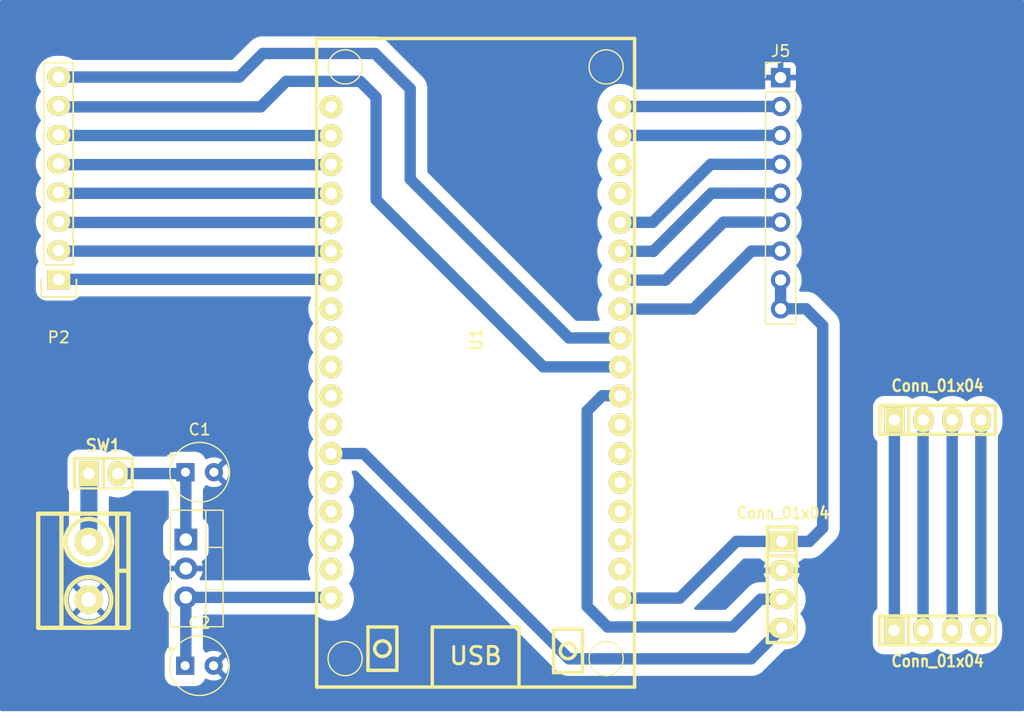
<source format=kicad_pcb>
(kicad_pcb (version 20240108) (generator "pcbnew") (generator_version "8.0")
  (layers (0 "F.Cu" signal) (31 "B.Cu" signal) (34 "B.Paste" user) (35 "F.Paste" user) (36 "B.SilkS" user "B.Silkscreen") (37 "F.SilkS" user "F.Silkscreen") (38 "B.Mask" user) (39 "F.Mask" user) (44 "Edge.Cuts" user))
  (net 0 "")
  (net 1 "Net-(J1-Pin_4)")
  (net 2 "Net-(J1-Pin_2)")
  (net 3 "Net-(J1-Pin_3)")
  (net 4 "Net-(J1-Pin_1)")
  (net 5 "SCK(HX711)")
  (net 6 "D(HX711)")
  (net 7 "GND")
  (net 8 "+3.3V")
  (net 9 "SDI(MOSI)")
  (net 10 "SCK")
  (net 11 "CS")
  (net 12 "RST")
  (net 13 "D{slash}C")
  (net 14 "D6")
  (net 15 "D5")
  (net 16 "D4")
  (net 17 "D1")
  (net 18 "D7")
  (net 19 "D2")
  (net 20 "D3")
  (net 21 "D8")
  (net 22 "VCC")
  (net 23 "Net-(U1-VIN)")
  (net 39 "SDI(MISO)")
  (net 42 "Net-(U2-IN)")
  (net 43 "CS(ILI)")
  (net 44 "RST(ILI)")
  (net 45 "SDI(MISO)(ILI)")
  (net 46 "SCK(ILI)")
  (net 48 "SDI(MOSI)(ILI)")
  (net 49 "D{slash}C(ILI)")
  (footprint "EESTN5:pin_strip_4" (layer "F.Cu") (at 197.41 114.4)
    (property "Reference" "J1" (hide yes))
    (property "Value" "Conn_01x04" (at -0.01 -3 0) (layer "F.SilkS") (effects (font (size 1.016 0.889) (thickness 0.2032))))
    (fp_line (start -5.08 -1.27) (end 5.08 -1.27) (stroke (width 0.3048)) (layer "F.SilkS"))
    (fp_line (start -5.08 1.27) (end -5.08 -1.27) (stroke (width 0.3048)) (layer "F.SilkS"))
    (fp_line (start -2.54 -1.27) (end -2.54 1.27) (stroke (width 0.3048)) (layer "F.SilkS"))
    (fp_line (start 5.08 -1.27) (end 5.08 1.27) (stroke (width 0.3048)) (layer "F.SilkS"))
    (fp_line (start 5.08 1.27) (end -5.08 1.27) (stroke (width 0.3048)) (layer "F.SilkS"))
    (pad "1" thru_hole rect (at -3.81 0) (size 1.75 2.2) (drill 1.00076) (layers "*.Cu" "*.Mask" "F.SilkS") (net 4 "Net-(J1-Pin_1)"))
    (pad "2" thru_hole oval (at -1.27 0) (size 1.75 2.2) (drill 1.00076) (layers "*.Cu" "*.Mask" "F.SilkS") (net 2 "Net-(J1-Pin_2)"))
    (pad "3" thru_hole oval (at 1.27 0) (size 1.75 2.2) (drill 1.00076) (layers "*.Cu" "*.Mask" "F.SilkS") (net 3 "Net-(J1-Pin_3)"))
    (pad "4" thru_hole oval (at 3.81 0) (size 1.75 2.2) (drill 1.00076) (layers "*.Cu" "*.Mask" "F.SilkS") (net 1 "Net-(J1-Pin_4)"))
  )
  (footprint "Package_TO_SOT_THT:TO-220-3_Vertical" (layer "F.Cu") (at 131.33125 124.92 -90)
    (property "Reference" "U2" (hide yes))
    (property "Value" "L7805")
    (fp_line (start -2.58 1.371) (end 7.66 1.371) (stroke (width 0.12)) (layer "F.SilkS"))
    (fp_line (start -2.58 -1.76) (end 7.66 -1.76) (stroke (width 0.12)) (layer "F.SilkS"))
    (fp_line (start -2.58 -3.27) (end -2.58 1.371) (stroke (width 0.12)) (layer "F.SilkS"))
    (fp_line (start -2.58 -3.27) (end 7.66 -3.27) (stroke (width 0.12)) (layer "F.SilkS"))
    (fp_line (start 0.69 -3.27) (end 0.69 -1.76) (stroke (width 0.12)) (layer "F.SilkS"))
    (fp_line (start 4.391 -3.27) (end 4.391 -1.76) (stroke (width 0.12)) (layer "F.SilkS"))
    (fp_line (start 7.66 -3.27) (end 7.66 1.371) (stroke (width 0.12)) (layer "F.SilkS"))
    (pad "1" thru_hole rect (at 0 0 270) (size 1.905 2) (drill 1.1) (layers "*.Cu" "*.Mask") (net 42 "Net-(U2-IN)"))
    (pad "2" thru_hole oval (at 2.54 0 270) (size 1.905 2) (drill 1.1) (layers "*.Cu" "*.Mask") (net 7 "GND"))
    (pad "3" thru_hole oval (at 5.08 0 270) (size 1.905 2) (drill 1.1) (layers "*.Cu" "*.Mask") (net 23 "Net-(U1-VIN)"))
  )
  (footprint "Capacitor_THT:CP_Radial_Tantal_D5.0mm_P2.50mm" (layer "F.Cu") (at 131.271138 136)
    (property "Reference" "C2" (at 1.25 -3.75 360) (layer "F.SilkS"))
    (property "Value" "C")
    (fp_line (start -1.554775 -1.475) (end -1.054775 -1.475) (stroke (width 0.12)) (layer "F.SilkS"))
    (fp_line (start -1.304775 -1.725) (end -1.304775 -1.225) (stroke (width 0.12)) (layer "F.SilkS"))
    (fp_circle (center 1.25 0) (end 3.87 0) (stroke (width 0.12)) (fill none) (layer "F.SilkS"))
    (pad "1" thru_hole rect (at 0 0) (size 1.6 1.6) (drill 0.8) (layers "*.Cu" "*.Mask") (net 23 "Net-(U1-VIN)"))
    (pad "2" thru_hole circle (at 2.5 0) (size 1.6 1.6) (drill 0.8) (layers "*.Cu" "*.Mask") (net 7 "GND"))
  )
  (footprint "EESTN5:pin_strip_4" (layer "F.Cu") (at 183.7 128.89 -90)
    (property "Reference" "J3" (hide yes))
    (property "Value" "Conn_01x04" (at -6.31 -0.1 360) (layer "F.SilkS") (effects (font (size 1.016 0.889) (thickness 0.2032))))
    (fp_line (start -5.08 1.27) (end -5.08 -1.27) (stroke (width 0.3048)) (layer "F.SilkS"))
    (fp_line (start 5.08 1.27) (end -5.08 1.27) (stroke (width 0.3048)) (layer "F.SilkS"))
    (fp_line (start -5.08 -1.27) (end 5.08 -1.27) (stroke (width 0.3048)) (layer "F.SilkS"))
    (fp_line (start -2.54 -1.27) (end -2.54 1.27) (stroke (width 0.3048)) (layer "F.SilkS"))
    (fp_line (start 5.08 -1.27) (end 5.08 1.27) (stroke (width 0.3048)) (layer "F.SilkS"))
    (pad "1" thru_hole rect (at -3.81 0 270) (size 1.75 2.2) (drill 1.00076) (layers "*.Cu" "*.Mask" "F.SilkS") (net 8 "+3.3V"))
    (pad "2" thru_hole oval (at -1.27 0 270) (size 1.75 2.2) (drill 1.00076) (layers "*.Cu" "*.Mask" "F.SilkS") (net 7 "GND"))
    (pad "3" thru_hole oval (at 1.27 0 270) (size 1.75 2.2) (drill 1.00076) (layers "*.Cu" "*.Mask" "F.SilkS") (net 6 "D(HX711)"))
    (pad "4" thru_hole oval (at 3.81 0 270) (size 1.75 2.2) (drill 1.00076) (layers "*.Cu" "*.Mask" "F.SilkS") (net 5 "SCK(HX711)"))
  )
  (footprint "EESTN5:Pin_Header_Straight_1x08" (layer "F.Cu") (at 120.16 102.05 180)
    (property "Reference" "P2" (at 0 -5.1 0) (layer "F.SilkS"))
    (property "Value" "Tablero")
    (fp_line (start 1.55 -1.55) (end 1.55 0) (stroke (width 0.15)) (layer "F.SilkS"))
    (fp_line (start 1.27 19.05) (end -1.27 19.05) (stroke (width 0.15)) (layer "F.SilkS"))
    (fp_line (start 1.27 1.27) (end 1.27 19.05) (stroke (width 0.15)) (layer "F.SilkS"))
    (fp_line (start 1.27 1.27) (end -1.27 1.27) (stroke (width 0.15)) (layer "F.SilkS"))
    (fp_line (start -1.27 19.05) (end -1.27 1.27) (stroke (width 0.15)) (layer "F.SilkS"))
    (fp_line (start -1.55 0) (end -1.55 -1.55) (stroke (width 0.15)) (layer "F.SilkS"))
    (fp_line (start -1.55 -1.55) (end 1.55 -1.55) (stroke (width 0.15)) (layer "F.SilkS"))
    (pad "1" thru_hole rect (at 0 0 180) (size 2.032 1.7272) (drill 1.016) (layers "*.Cu" "*.Mask" "F.SilkS") (net 17 "D1"))
    (pad "2" thru_hole oval (at 0 2.54 180) (size 2.032 1.7272) (drill 1.016) (layers "*.Cu" "*.Mask" "F.SilkS") (net 19 "D2"))
    (pad "3" thru_hole oval (at 0 5.08 180) (size 2.032 1.7272) (drill 1.016) (layers "*.Cu" "*.Mask" "F.SilkS") (net 20 "D3"))
    (pad "4" thru_hole oval (at 0 7.62 180) (size 2.032 1.7272) (drill 1.016) (layers "*.Cu" "*.Mask" "F.SilkS") (net 16 "D4"))
    (pad "5" thru_hole oval (at 0 10.16 180) (size 2.032 1.7272) (drill 1.016) (layers "*.Cu" "*.Mask" "F.SilkS") (net 15 "D5"))
    (pad "6" thru_hole oval (at 0 12.7 180) (size 2.032 1.7272) (drill 1.016) (layers "*.Cu" "*.Mask" "F.SilkS") (net 14 "D6"))
    (pad "7" thru_hole oval (at 0 15.24 180) (size 2.032 1.7272) (drill 1.016) (layers "*.Cu" "*.Mask" "F.SilkS") (net 18 "D7"))
    (pad "8" thru_hole oval (at 0 17.78 180) (size 2.032 1.7272) (drill 1.016) (layers "*.Cu" "*.Mask" "F.SilkS") (net 21 "D8"))
  )
  (footprint "EESTN5:BORNERA2_AZUL" (layer "F.Cu") (at 122.8 127.66 90)
    (property "Reference" "J4" (hide yes))
    (property "Value" "TB_1X2" (hide yes))
    (fp_line (start 5.0165 -4.445) (end -4.9835 -4.445) (stroke (width 0.381)) (layer "F.SilkS"))
    (fp_line (start -5.0165 -4.445) (end -5.0165 3.4925) (stroke (width 0.381)) (layer "F.SilkS"))
    (fp_line (start -5 -2.4) (end 5 -2.4) (stroke (width 0.381)) (layer "F.SilkS"))
    (fp_line (start -5 2.5) (end 5 2.5) (stroke (width 0.381)) (layer "F.SilkS"))
    (fp_line (start 0 2.54) (end 0 3.4845) (stroke (width 0.381)) (layer "F.SilkS"))
    (fp_line (start 5.0165 3.4925) (end 5.0165 -4.445) (stroke (width 0.381)) (layer "F.SilkS"))
    (fp_line (start -4.9835 3.4925) (end 5.0165 3.4925) (stroke (width 0.381)) (layer "F.SilkS"))
    (fp_circle (center 2.55 0) (end 0.55 0) (stroke (width 0.381)) (fill none) (layer "F.SilkS"))
    (fp_circle (center -2.55 0) (end -0.55 0) (stroke (width 0.381)) (fill none) (layer "F.SilkS"))
    (pad "1" thru_hole circle (at -2.54 0 90) (size 2.5 2.5) (drill 1.3) (layers "*.Cu" "*.Mask" "F.SilkS") (net 7 "GND"))
    (pad "2" thru_hole circle (at 2.54 0 90) (size 2.5 2.5) (drill 1.3) (layers "*.Cu" "*.Mask" "F.SilkS") (net 22 "VCC"))
  )
  (footprint "EESTN5:ESP32_DEVKIT_V1_DOIT" (layer "F.Cu") (at 156.8 107.2 -90)
    (property "Reference" "U1" (at 0.127 -0.0635 90) (layer "F.SilkS") (effects (font (size 1.016 1.016) (thickness 0.2032))))
    (property "Value" "ESP32_DevKit_V1_DOIT" (hide yes))
    (fp_line (start -26.32 13.97) (end 30.68 13.97) (stroke (width 0.3048)) (layer "F.SilkS"))
    (fp_line (start 30.68 13.97) (end 30.68 -13.97) (stroke (width 0.3048)) (layer "F.SilkS"))
    (fp_line (start 25.4 9.46) (end 25.4 6.92) (stroke (width 0.3048)) (layer "F.SilkS"))
    (fp_line (start 29.21 9.46) (end 25.4 9.46) (stroke (width 0.3048)) (layer "F.SilkS"))
    (fp_line (start 25.4 6.92) (end 29.21 6.92) (stroke (width 0.3048)) (layer "F.SilkS"))
    (fp_line (start 29.21 6.92) (end 29.21 9.46) (stroke (width 0.3048)) (layer "F.SilkS"))
    (fp_line (start 25.4 3.81) (end 30.48 3.81) (stroke (width 0.3048)) (layer "F.SilkS"))
    (fp_line (start 25.4 -3.81) (end 25.4 3.81) (stroke (width 0.3048)) (layer "F.SilkS"))
    (fp_line (start 30.48 -3.81) (end 25.4 -3.81) (stroke (width 0.3048)) (layer "F.SilkS"))
    (fp_line (start 25.6 -6.85) (end 29.41 -6.85) (stroke (width 0.3048)) (layer "F.SilkS"))
    (fp_line (start 29.41 -6.85) (end 29.41 -9.39) (stroke (width 0.3048)) (layer "F.SilkS"))
    (fp_line (start 25.6 -9.39) (end 25.6 -6.85) (stroke (width 0.3048)) (layer "F.SilkS"))
    (fp_line (start 29.41 -9.39) (end 25.6 -9.39) (stroke (width 0.3048)) (layer "F.SilkS"))
    (fp_line (start -26.32 -13.97) (end -26.32 13.97) (stroke (width 0.3048)) (layer "F.SilkS"))
    (fp_line (start -26.32 -13.97) (end 30.68 -13.97) (stroke (width 0.3048)) (layer "F.SilkS"))
    (fp_circle (center -23.82 11.47) (end -22.32 11.47) (stroke (width 0.12)) (fill none) (layer "F.SilkS"))
    (fp_circle (center 28.18 11.47) (end 29.68 11.47) (stroke (width 0.12)) (fill none) (layer "F.SilkS"))
    (fp_circle (center 27.305 8.19) (end 27.8765 8.571) (stroke (width 0.3048)) (fill none) (layer "F.SilkS"))
    (fp_circle (center 27.505 -8.12) (end 28.0765 -7.739) (stroke (width 0.3048)) (fill none) (layer "F.SilkS"))
    (fp_circle (center -23.82 -11.47) (end -22.32 -11.47) (stroke (width 0.12)) (fill none) (layer "F.SilkS"))
    (fp_circle (center 28.18 -11.47) (end 29.68 -11.47) (stroke (width 0.12)) (fill none) (layer "F.SilkS"))
    (fp_text user "USB" (at 27.94 0 0) (layer "F.SilkS") (effects (font (size 1.524 1.524) (thickness 0.254))))
    (pad "1" thru_hole circle (at -20.32 12.7 90) (size 2 2) (drill 1) (layers "*.Cu" "*.Mask" "F.SilkS"))
    (pad "2" thru_hole circle (at -17.78 12.7 90) (size 2 2) (drill 1) (layers "*.Cu" "*.Mask" "F.SilkS") (net 14 "D6"))
    (pad "3" thru_hole circle (at -15.24 12.7 90) (size 2 2) (drill 1) (layers "*.Cu" "*.Mask" "F.SilkS") (net 15 "D5"))
    (pad "4" thru_hole circle (at -12.7 12.7 90) (size 2 2) (drill 1) (layers "*.Cu" "*.Mask" "F.SilkS") (net 16 "D4"))
    (pad "5" thru_hole circle (at -10.16 12.7 90) (size 2 2) (drill 1) (layers "*.Cu" "*.Mask" "F.SilkS") (net 20 "D3"))
    (pad "6" thru_hole circle (at -7.62 12.7 90) (size 2 2) (drill 1) (layers "*.Cu" "*.Mask" "F.SilkS") (net 19 "D2"))
    (pad "7" thru_hole circle (at -5.08 12.7 90) (size 2 2) (drill 1) (layers "*.Cu" "*.Mask" "F.SilkS") (net 17 "D1"))
    (pad "8" thru_hole circle (at -2.54 12.7 90) (size 2 2) (drill 1) (layers "*.Cu" "*.Mask" "F.SilkS"))
    (pad "9" thru_hole circle (at 0 12.7 90) (size 2 2) (drill 1) (layers "*.Cu" "*.Mask" "F.SilkS"))
    (pad "10" thru_hole circle (at 2.54 12.7 90) (size 2 2) (drill 1) (layers "*.Cu" "*.Mask" "F.SilkS"))
    (pad "11" thru_hole circle (at 5.08 12.7 90) (size 2 2) (drill 1) (layers "*.Cu" "*.Mask" "F.SilkS"))
    (pad "12" thru_hole circle (at 7.62 12.7 90) (size 2 2) (drill 1) (layers "*.Cu" "*.Mask" "F.SilkS"))
    (pad "13" thru_hole circle (at 10.16 12.7 90) (size 2 2) (drill 1) (layers "*.Cu" "*.Mask" "F.SilkS") (net 5 "SCK(HX711)"))
    (pad "14" thru_hole circle (at 12.7 12.7 90) (size 2 2) (drill 1) (layers "*.Cu" "*.Mask" "F.SilkS"))
    (pad "15" thru_hole circle (at 15.24 12.7 90) (size 2 2) (drill 1) (layers "*.Cu" "*.Mask" "F.SilkS"))
    (pad "16" thru_hole circle (at 17.78 12.7 90) (size 2 2) (drill 1) (layers "*.Cu" "*.Mask" "F.SilkS"))
    (pad "17" thru_hole circle (at 20.32 12.7 90) (size 2 2) (drill 1) (layers "*.Cu" "*.Mask" "F.SilkS"))
    (pad "18" thru_hole circle (at 22.86 12.7 90) (size 2 2) (drill 1) (layers "*.Cu" "*.Mask" "F.SilkS") (net 23 "Net-(U1-VIN)"))
    (pad "19" thru_hole circle (at 22.86 -12.7 90) (size 2 2) (drill 1) (layers "*.Cu" "*.Mask" "F.SilkS") (net 8 "+3.3V"))
    (pad "20" thru_hole circle (at 20.32 -12.7 90) (size 2 2) (drill 1) (layers "*.Cu" "*.Mask" "F.SilkS"))
    (pad "21" thru_hole circle (at 17.78 -12.7 90) (size 2 2) (drill 1) (layers "*.Cu" "*.Mask" "F.SilkS"))
    (pad "22" thru_hole circle (at 15.24 -12.7 90) (size 2 2) (drill 1) (layers "*.Cu" "*.Mask" "F.SilkS"))
    (pad "23" thru_hole circle (at 12.7 -12.7 90) (size 2 2) (drill 1) (layers "*.Cu" "*.Mask" "F.SilkS"))
    (pad "24" thru_hole circle (at 10.16 -12.7 90) (size 2 2) (drill 1) (layers "*.Cu" "*.Mask" "F.SilkS"))
    (pad "25" thru_hole circle (at 7.62 -12.7 90) (size 2 2) (drill 1) (layers "*.Cu" "*.Mask" "F.SilkS"))
    (pad "26" thru_hole circle (at 5.08 -12.7 90) (size 2 2) (drill 1) (layers "*.Cu" "*.Mask" "F.SilkS") (net 6 "D(HX711)"))
    (pad "27" thru_hole circle (at 2.54 -12.7 90) (size 2 2) (drill 1) (layers "*.Cu" "*.Mask" "F.SilkS") (net 18 "D7"))
    (pad "28" thru_hole circle (at 0 -12.7 90) (size 2 2) (drill 1) (layers "*.Cu" "*.Mask" "F.SilkS") (net 21 "D8"))
    (pad "29" thru_hole circle (at -2.54 -12.7 90) (size 2 2) (drill 1) (layers "*.Cu" "*.Mask" "F.SilkS") (net 43 "CS(ILI)"))
    (pad "30" thru_hole circle (at -5.08 -12.7 90) (size 2 2) (drill 1) (layers "*.Cu" "*.Mask" "F.SilkS") (net 46 "SCK(ILI)"))
    (pad "31" thru_hole circle (at -7.62 -12.7 90) (size 2 2) (drill 1) (layers "*.Cu" "*.Mask" "F.SilkS") (net 45 "SDI(MISO)(ILI)"))
    (pad "32" thru_hole circle (at -10.16 -12.7 90) (size 2 2) (drill 1) (layers "*.Cu" "*.Mask" "F.SilkS") (net 44 "RST(ILI)"))
    (pad "33" thru_hole circle (at -12.7 -12.7 90) (size 2 2) (drill 1) (layers "*.Cu" "*.Mask" "F.SilkS"))
    (pad "34" thru_hole circle (at -15.24 -12.7 90) (size 2 2) (drill 1) (layers "*.Cu" "*.Mask" "F.SilkS"))
    (pad "35" thru_hole circle (at -17.78 -12.7 90) (size 2 2) (drill 1) (layers "*.Cu" "*.Mask" "F.SilkS") (net 49 "D{slash}C(ILI)"))
    (pad "36" thru_hole circle (at -20.32 -12.7 90) (size 2 2) (drill 1) (layers "*.Cu" "*.Mask" "F.SilkS") (net 48 "SDI(MOSI)(ILI)"))
  )
  (footprint "EESTN5:pin_strip_4" (layer "F.Cu") (at 197.39 132.9)
    (property "Reference" "J2" (hide yes))
    (property "Value" "Conn_01x04" (at 0.01 2.7 0) (layer "F.SilkS") (effects (font (size 1.016 0.889) (thickness 0.2032))))
    (fp_line (start -5.08 -1.27) (end 5.08 -1.27) (stroke (width 0.3048)) (layer "F.SilkS"))
    (fp_line (start -5.08 1.27) (end -5.08 -1.27) (stroke (width 0.3048)) (layer "F.SilkS"))
    (fp_line (start -2.54 -1.27) (end -2.54 1.27) (stroke (width 0.3048)) (layer "F.SilkS"))
    (fp_line (start 5.08 -1.27) (end 5.08 1.27) (stroke (width 0.3048)) (layer "F.SilkS"))
    (fp_line (start 5.08 1.27) (end -5.08 1.27) (stroke (width 0.3048)) (layer "F.SilkS"))
    (pad "1" thru_hole rect (at -3.81 0) (size 1.75 2.2) (drill 1.00076) (layers "*.Cu" "*.Mask" "F.SilkS") (net 4 "Net-(J1-Pin_1)"))
    (pad "2" thru_hole oval (at -1.27 0) (size 1.75 2.2) (drill 1.00076) (layers "*.Cu" "*.Mask" "F.SilkS") (net 2 "Net-(J1-Pin_2)"))
    (pad "3" thru_hole oval (at 1.27 0) (size 1.75 2.2) (drill 1.00076) (layers "*.Cu" "*.Mask" "F.SilkS") (net 3 "Net-(J1-Pin_3)"))
    (pad "4" thru_hole oval (at 3.81 0) (size 1.75 2.2) (drill 1.00076) (layers "*.Cu" "*.Mask" "F.SilkS") (net 1 "Net-(J1-Pin_4)"))
  )
  (footprint "EESTN5:Pin_Header_2" (layer "F.Cu") (at 124.0832 118.8)
    (property "Reference" "SW1" (at 0 -2.159 0) (layer "F.SilkS") (effects (font (size 1.016 1.016) (thickness 0.2032))))
    (property "Value" "SW_Push" (hide yes))
    (fp_line (start -2.6035 -0.889) (end -2.6035 -1.0795) (stroke (width 0.15)) (layer "F.SilkS"))
    (fp_line (start -2.54 -0.9525) (end 2.54 -0.9525) (stroke (width 0.15)) (layer "F.SilkS"))
    (fp_line (start -2.54 1.5875) (end -2.54 -0.9525) (stroke (width 0.3048)) (layer "F.SilkS"))
    (fp_line (start 0 -0.9525) (end 0 1.5875) (stroke (width 0.3048)) (layer "F.SilkS"))
    (fp_line (start 2.4765 -1.016) (end 2.4765 1.5875) (stroke (width 0.15)) (layer "F.SilkS"))
    (fp_line (start 2.54 1.5875) (end -2.54 1.5875) (stroke (width 0.15)) (layer "F.SilkS"))
    (fp_line (start 2.54 1.651) (end -2.6035 1.651) (stroke (width 0.15)) (layer "F.SilkS"))
    (fp_line (start 2.54 1.651) (end 2.54 -1.016) (stroke (width 0.15)) (layer "F.SilkS"))
    (fp_line (start 2.6035 -1.0795) (end -2.54 -1.0795) (stroke (width 0.15)) (layer "F.SilkS"))
    (fp_line (start 2.6035 -1.0795) (end 2.6035 -0.6985) (stroke (width 0.15)) (layer "F.SilkS"))
    (fp_line (start 2.6035 1.5875) (end 2.6035 -0.9525) (stroke (width 0.15)) (layer "F.SilkS"))
    (pad "1" thru_hole rect (at -1.27 0.3175) (size 1.75 2.19964) (drill 1.00076) (layers "*.Cu" "*.Mask" "F.SilkS") (net 22 "VCC"))
    (pad "2" thru_hole oval (at 1.27 0.3175) (size 1.75 2.19964) (drill 1.00076) (layers "*.Cu" "*.Mask" "F.SilkS") (net 42 "Net-(U2-IN)"))
  )
  (footprint "Connector_PinHeader_2.54mm:PinHeader_1x09_P2.54mm_Vertical" (layer "F.Cu") (at 183.6 84.32)
    (property "Reference" "J5" (at 0 -2.33 0) (layer "F.SilkS"))
    (property "Value" "ILI9341")
    (fp_line (start -1.33 -1.33) (end 0 -1.33) (stroke (width 0.12)) (layer "F.SilkS"))
    (fp_line (start -1.33 0) (end -1.33 -1.33) (stroke (width 0.12)) (layer "F.SilkS"))
    (fp_line (start -1.33 1.27) (end -1.33 21.65) (stroke (width 0.12)) (layer "F.SilkS"))
    (fp_line (start -1.33 1.27) (end 1.33 1.27) (stroke (width 0.12)) (layer "F.SilkS"))
    (fp_line (start -1.33 21.65) (end 1.33 21.65) (stroke (width 0.12)) (layer "F.SilkS"))
    (fp_line (start 1.33 1.27) (end 1.33 21.65) (stroke (width 0.12)) (layer "F.SilkS"))
    (pad "1" thru_hole rect (at 0 0) (size 1.7 1.7) (drill 1) (layers "*.Cu" "*.Mask") (net 7 "GND"))
    (pad "2" thru_hole oval (at 0 2.54) (size 1.7 1.7) (drill 1) (layers "*.Cu" "*.Mask") (net 9 "SDI(MOSI)"))
    (pad "3" thru_hole oval (at 0 5.08) (size 1.7 1.7) (drill 1) (layers "*.Cu" "*.Mask") (net 13 "D{slash}C"))
    (pad "4" thru_hole oval (at 0 7.62) (size 1.7 1.7) (drill 1) (layers "*.Cu" "*.Mask") (net 12 "RST"))
    (pad "5" thru_hole oval (at 0 10.16) (size 1.7 1.7) (drill 1) (layers "*.Cu" "*.Mask") (net 39 "SDI(MISO)"))
    (pad "6" thru_hole oval (at 0 12.7) (size 1.7 1.7) (drill 1) (layers "*.Cu" "*.Mask") (net 10 "SCK"))
    (pad "7" thru_hole oval (at 0 15.24) (size 1.7 1.7) (drill 1) (layers "*.Cu" "*.Mask") (net 11 "CS"))
    (pad "8" thru_hole oval (at 0 17.78) (size 1.7 1.7) (drill 1) (layers "*.Cu" "*.Mask") (net 8 "+3.3V"))
    (pad "9" thru_hole oval (at 0 20.32) (size 1.7 1.7) (drill 1) (layers "*.Cu" "*.Mask") (net 8 "+3.3V"))
  )
  (footprint "Capacitor_THT:CP_Radial_Tantal_D5.0mm_P2.50mm" (layer "F.Cu") (at 131.3 119)
    (property "Reference" "C1" (at 1.25 -3.75 360) (layer "F.SilkS"))
    (property "Value" "C")
    (fp_line (start -1.554775 -1.475) (end -1.054775 -1.475) (stroke (width 0.12)) (layer "F.SilkS"))
    (fp_line (start -1.304775 -1.725) (end -1.304775 -1.225) (stroke (width 0.12)) (layer "F.SilkS"))
    (fp_circle (center 1.25 0) (end 3.87 0) (stroke (width 0.12)) (fill none) (layer "F.SilkS"))
    (pad "1" thru_hole rect (at 0 0) (size 1.6 1.6) (drill 0.8) (layers "*.Cu" "*.Mask") (net 42 "Net-(U2-IN)"))
    (pad "2" thru_hole circle (at 2.5 0) (size 1.6 1.6) (drill 0.8) (layers "*.Cu" "*.Mask") (net 7 "GND"))
  )
  (segment (start 201.2 132.9) (end 201.2 114.42) (width 1) (layer "B.Cu") (net 1))
  (segment (start 201.2 114.42) (end 201.22 114.4) (width 1) (layer "B.Cu") (net 1))
  (segment (start 196.12 114.42) (end 196.14 114.4) (width 1) (layer "B.Cu") (net 2))
  (segment (start 196.12 132.9) (end 196.12 114.42) (width 1) (layer "B.Cu") (net 2))
  (segment (start 198.68 132.88) (end 198.66 132.9) (width 1) (layer "B.Cu") (net 3))
  (segment (start 198.68 114.4) (end 198.68 132.88) (width 1) (layer "B.Cu") (net 3))
  (segment (start 193.6 114.4) (end 193.6 132.88) (width 1) (layer "B.Cu") (net 4))
  (segment (start 193.6 132.88) (end 193.58 132.9) (width 1) (layer "B.Cu") (net 4))
  (segment (start 146.96 117.36) (end 144.1 117.36) (width 1) (layer "B.Cu") (net 5))
  (segment (start 181 135.4) (end 165 135.4) (width 1) (layer "B.Cu") (net 5))
  (segment (start 165 135.4) (end 146.96 117.36) (width 1) (layer "B.Cu") (net 5))
  (segment (start 183.7 132.7) (end 181 135.4) (width 1) (layer "B.Cu") (net 5))
  (segment (start 179.4 132.6) (end 168.4 132.6) (width 1) (layer "B.Cu") (net 6))
  (segment (start 166.6 130.8) (end 166.6 113.6) (width 1) (layer "B.Cu") (net 6))
  (segment (start 181.84 130.16) (end 179.4 132.6) (width 1) (layer "B.Cu") (net 6))
  (segment (start 166.6 113.6) (end 167.92 112.28) (width 1) (layer "B.Cu") (net 6))
  (segment (start 183.7 130.16) (end 181.84 130.16) (width 1) (layer "B.Cu") (net 6))
  (segment (start 168.4 132.6) (end 166.6 130.8) (width 1) (layer "B.Cu") (net 6))
  (segment (start 167.92 112.28) (end 169.5 112.28) (width 1) (layer "B.Cu") (net 6))
  (segment (start 183.6 84.32) (end 183.54 84.38) (width 1) (layer "B.Cu") (net 7))
  (segment (start 174.74 130.06) (end 179.72 125.08) (width 1) (layer "B.Cu") (net 8))
  (segment (start 179.72 125.08) (end 183.7 125.08) (width 1) (layer "B.Cu") (net 8))
  (segment (start 183.6 102.1) (end 183.6 104.64) (width 1) (layer "B.Cu") (net 8))
  (segment (start 183.6 104.64) (end 185.84 104.64) (width 1) (layer "B.Cu") (net 8))
  (segment (start 169.5 130.06) (end 174.74 130.06) (width 1) (layer "B.Cu") (net 8))
  (segment (start 187.3 106.1) (end 187.3 123.9) (width 1) (layer "B.Cu") (net 8))
  (segment (start 187.3 123.9) (end 186.12 125.08) (width 1) (layer "B.Cu") (net 8))
  (segment (start 186.12 125.08) (end 183.7 125.08) (width 1) (layer "B.Cu") (net 8))
  (segment (start 185.84 104.64) (end 187.3 106.1) (width 1) (layer "B.Cu") (net 8))
  (segment (start 169.6 130.16) (end 169.5 130.06) (width 1) (layer "B.Cu") (net 8))
  (segment (start 169.5 86.88) (end 169.52 86.86) (width 1) (layer "B.Cu") (net 9))
  (segment (start 169.52 86.86) (end 183.6 86.86) (width 1) (layer "B.Cu") (net 9))
  (segment (start 173.48 102.12) (end 178.58 97.02) (width 1) (layer "B.Cu") (net 10))
  (segment (start 178.58 97.02) (end 183.6 97.02) (width 1) (layer "B.Cu") (net 10))
  (segment (start 169.5 102.12) (end 173.48 102.12) (width 1) (layer "B.Cu") (net 10))
  (segment (start 169.5 104.66) (end 175.94 104.66) (width 1) (layer "B.Cu") (net 11))
  (segment (start 181.04 99.56) (end 183.6 99.56) (width 1) (layer "B.Cu") (net 11))
  (segment (start 175.94 104.66) (end 181.04 99.56) (width 1) (layer "B.Cu") (net 11))
  (segment (start 183.6 91.94) (end 183.34 92.2) (width 1) (layer "B.Cu") (net 12))
  (segment (start 172.36 97.04) (end 177.46 91.94) (width 1) (layer "B.Cu") (net 12))
  (segment (start 177.46 91.94) (end 183.6 91.94) (width 1) (layer "B.Cu") (net 12))
  (segment (start 169.5 97.04) (end 172.36 97.04) (width 1) (layer "B.Cu") (net 12))
  (segment (start 183.6 89.4) (end 183.48 89.52) (width 1) (layer "B.Cu") (net 13))
  (segment (start 183.6 89.4) (end 183.56 89.36) (width 1) (layer "B.Cu") (net 13))
  (segment (start 183.48 89.74) (end 183.6 89.62) (width 1) (layer "B.Cu") (net 13))
  (segment (start 183.6 89.62) (end 183.6 89.4) (width 1) (layer "B.Cu") (net 13))
  (segment (start 183.6 89.4) (end 169.52 89.4) (width 1) (layer "B.Cu") (net 13))
  (segment (start 169.52 89.4) (end 169.5 89.42) (width 1) (layer "B.Cu") (net 13))
  (segment (start 120.22 89.41) (end 144.09 89.41) (width 1) (layer "B.Cu") (net 14))
  (segment (start 144.09 89.41) (end 144.1 89.42) (width 1) (layer "B.Cu") (net 14))
  (segment (start 120.16 89.35) (end 120.22 89.41) (width 1) (layer "B.Cu") (net 14))
  (segment (start 144.09 91.97) (end 120.24 91.97) (width 1) (layer "B.Cu") (net 15))
  (segment (start 144.1 91.96) (end 144.09 91.97) (width 1) (layer "B.Cu") (net 15))
  (segment (start 120.24 91.97) (end 120.16 91.89) (width 1) (layer "B.Cu") (net 15))
  (segment (start 120.22 94.49) (end 144.09 94.49) (width 1) (layer "B.Cu") (net 16))
  (segment (start 144.09 94.49) (end 144.1 94.5) (width 1) (layer "B.Cu") (net 16))
  (segment (start 120.16 94.43) (end 120.22 94.49) (width 1) (layer "B.Cu") (net 16))
  (segment (start 144.03 102.05) (end 144.1 102.12) (width 1) (layer "B.Cu") (net 17))
  (segment (start 120.16 102.05) (end 144.03 102.05) (width 1) (layer "B.Cu") (net 17))
  (segment (start 162.74 109.74) (end 169.5 109.74) (width 1) (layer "B.Cu") (net 18))
  (segment (start 148.05 86.05) (end 148.05 95.05) (width 1) (layer "B.Cu") (net 18))
  (segment (start 137.91 86.89) (end 140.15 84.65) (width 1) (layer "B.Cu") (net 18))
  (segment (start 120.24 86.89) (end 137.91 86.89) (width 1) (layer "B.Cu") (net 18))
  (segment (start 148.05 95.05) (end 162.74 109.74) (width 1) (layer "B.Cu") (net 18))
  (segment (start 140.15 84.65) (end 146.65 84.65) (width 1) (layer "B.Cu") (net 18))
  (segment (start 146.65 84.65) (end 148.05 86.05) (width 1) (layer "B.Cu") (net 18))
  (segment (start 120.16 86.81) (end 120.24 86.89) (width 1) (layer "B.Cu") (net 18))
  (segment (start 120.22 99.57) (end 144.09 99.57) (width 1) (layer "B.Cu") (net 19))
  (segment (start 120.16 99.51) (end 120.22 99.57) (width 1) (layer "B.Cu") (net 19))
  (segment (start 144.09 99.57) (end 144.1 99.58) (width 1) (layer "B.Cu") (net 19))
  (segment (start 120.24 97.05) (end 120.16 96.97) (width 1) (layer "B.Cu") (net 20))
  (segment (start 144.1 97.04) (end 144.09 97.05) (width 1) (layer "B.Cu") (net 20))
  (segment (start 144.09 97.05) (end 120.24 97.05) (width 1) (layer "B.Cu") (net 20))
  (segment (start 151.05 85.3) (end 151.05 93.25) (width 1) (layer "B.Cu") (net 21))
  (segment (start 138.1 82.2) (end 147.95 82.2) (width 1) (layer "B.Cu") (net 21))
  (segment (start 151.05 93.25) (end 165 107.2) (width 1) (layer "B.Cu") (net 21))
  (segment (start 165 107.2) (end 169.5 107.2) (width 1) (layer "B.Cu") (net 21))
  (segment (start 147.95 82.2) (end 151.05 85.3) (width 1) (layer "B.Cu") (net 21))
  (segment (start 136.03 84.27) (end 138.1 82.2) (width 1) (layer "B.Cu") (net 21))
  (segment (start 120.16 84.27) (end 136.03 84.27) (width 1) (layer "B.Cu") (net 21))
  (segment (start 122.8132 118.8848) (end 122.8132 125.1068) (width 1.5) (layer "B.Cu") (net 22))
  (segment (start 122.8132 125.1068) (end 122.8 125.12) (width 1.5) (layer "B.Cu") (net 22))
  (segment (start 144.04 130) (end 144.1 130.06) (width 1) (layer "B.Cu") (net 23))
  (segment (start 131.33125 135.939888) (end 131.271138 136) (width 1) (layer "B.Cu") (net 23))
  (segment (start 131.33125 130) (end 131.33125 135.939888) (width 1) (layer "B.Cu") (net 23))
  (segment (start 131.33125 130) (end 144.04 130) (width 1) (layer "B.Cu") (net 23))
  (segment (start 172.4 99.6) (end 172.38 99.58) (width 1) (layer "B.Cu") (net 39))
  (segment (start 172.38 99.58) (end 169.5 99.58) (width 1) (layer "B.Cu") (net 39))
  (segment (start 177.52 94.48) (end 172.4 99.6) (width 1) (layer "B.Cu") (net 39))
  (segment (start 183.6 94.48) (end 177.52 94.48) (width 1) (layer "B.Cu") (net 39))
  (segment (start 131.1825 119.1175) (end 125.3532 119.1175) (width 1) (layer "B.Cu") (net 42))
  (segment (start 131.3 119) (end 131.1825 119.1175) (width 1) (layer "B.Cu") (net 42))
  (segment (start 131.33125 124.92) (end 131.33125 119.03125) (width 1) (layer "B.Cu") (net 42))
  (segment (start 131.33125 119.03125) (end 131.3 119) (width 1) (layer "B.Cu") (net 42))
  (zone (net 7) (net_name "GND") (layer "B.Cu") (connect_pads (clearance 1)) (min_thickness 0.25) (fill yes (thermal_gap 0.5) (thermal_bridge_width 0.5))
    (polygon (pts (xy 205 77.5) (xy 115 77.5) (xy 115 140) (xy 205 140)))
  )
)
</source>
